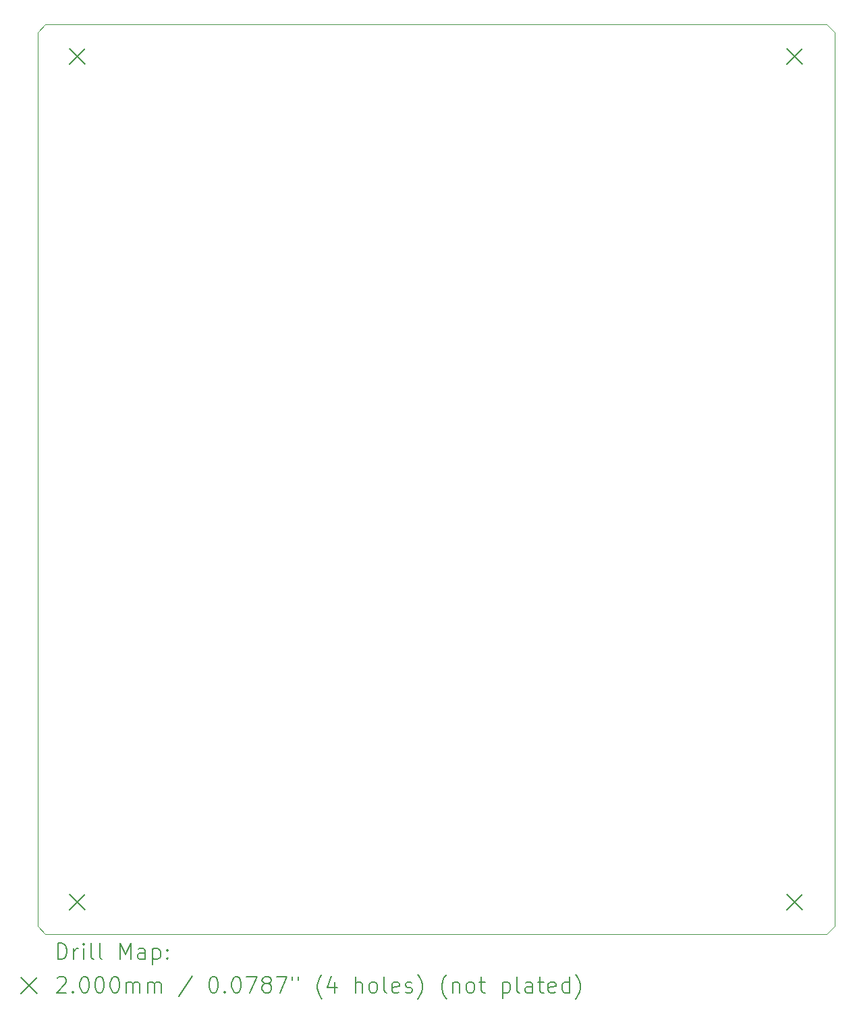
<source format=gbr>
%TF.GenerationSoftware,KiCad,Pcbnew,9.0.1*%
%TF.CreationDate,2025-08-07T10:54:35-06:00*%
%TF.ProjectId,bhc-panel,6268632d-7061-46e6-956c-2e6b69636164,rev?*%
%TF.SameCoordinates,PX5defda0PY9a7ec80*%
%TF.FileFunction,Drillmap*%
%TF.FilePolarity,Positive*%
%FSLAX45Y45*%
G04 Gerber Fmt 4.5, Leading zero omitted, Abs format (unit mm)*
G04 Created by KiCad (PCBNEW 9.0.1) date 2025-08-07 10:54:35*
%MOMM*%
%LPD*%
G01*
G04 APERTURE LIST*
%ADD10C,0.100000*%
%ADD11C,0.200000*%
G04 APERTURE END LIST*
D10*
X10000000Y700000D02*
X10000000Y2700000D01*
X10000000Y6700000D02*
X10000000Y8700000D01*
X0Y700000D02*
X0Y99900D01*
X10000000Y10700000D02*
X10000000Y11300100D01*
X0Y2700000D02*
X0Y700000D01*
X10000000Y11300100D02*
X9900100Y11400000D01*
X10000000Y2700000D02*
X10000000Y4700000D01*
X0Y4700000D02*
X0Y2700000D01*
X10000000Y99900D02*
X10000000Y700000D01*
X0Y6700000D02*
X0Y4700000D01*
X0Y99900D02*
X99900Y0D01*
X10000000Y4700000D02*
X10000000Y6700000D01*
X99900Y0D02*
X9900100Y0D01*
X10000000Y8700000D02*
X10000000Y10699950D01*
X9900100Y0D02*
X10000000Y99900D01*
X9900100Y11400000D02*
X99900Y11400000D01*
X0Y8700000D02*
X0Y6700000D01*
X0Y10699950D02*
X0Y8700000D01*
X99900Y11400000D02*
X0Y11300100D01*
X0Y11300100D02*
X0Y10700000D01*
D11*
X400000Y11100000D02*
X600000Y10900000D01*
X600000Y11100000D02*
X400000Y10900000D01*
X400000Y500000D02*
X600000Y300000D01*
X600000Y500000D02*
X400000Y300000D01*
X9400000Y11100000D02*
X9600000Y10900000D01*
X9600000Y11100000D02*
X9400000Y10900000D01*
X9400000Y500000D02*
X9600000Y300000D01*
X9600000Y500000D02*
X9400000Y300000D01*
X255777Y-316484D02*
X255777Y-116484D01*
X255777Y-116484D02*
X303396Y-116484D01*
X303396Y-116484D02*
X331967Y-126008D01*
X331967Y-126008D02*
X351015Y-145055D01*
X351015Y-145055D02*
X360539Y-164103D01*
X360539Y-164103D02*
X370062Y-202198D01*
X370062Y-202198D02*
X370062Y-230769D01*
X370062Y-230769D02*
X360539Y-268865D01*
X360539Y-268865D02*
X351015Y-287912D01*
X351015Y-287912D02*
X331967Y-306960D01*
X331967Y-306960D02*
X303396Y-316484D01*
X303396Y-316484D02*
X255777Y-316484D01*
X455777Y-316484D02*
X455777Y-183150D01*
X455777Y-221246D02*
X465301Y-202198D01*
X465301Y-202198D02*
X474824Y-192674D01*
X474824Y-192674D02*
X493872Y-183150D01*
X493872Y-183150D02*
X512920Y-183150D01*
X579586Y-316484D02*
X579586Y-183150D01*
X579586Y-116484D02*
X570063Y-126008D01*
X570063Y-126008D02*
X579586Y-135531D01*
X579586Y-135531D02*
X589110Y-126008D01*
X589110Y-126008D02*
X579586Y-116484D01*
X579586Y-116484D02*
X579586Y-135531D01*
X703396Y-316484D02*
X684348Y-306960D01*
X684348Y-306960D02*
X674824Y-287912D01*
X674824Y-287912D02*
X674824Y-116484D01*
X808158Y-316484D02*
X789110Y-306960D01*
X789110Y-306960D02*
X779586Y-287912D01*
X779586Y-287912D02*
X779586Y-116484D01*
X1036729Y-316484D02*
X1036729Y-116484D01*
X1036729Y-116484D02*
X1103396Y-259341D01*
X1103396Y-259341D02*
X1170063Y-116484D01*
X1170063Y-116484D02*
X1170063Y-316484D01*
X1351015Y-316484D02*
X1351015Y-211722D01*
X1351015Y-211722D02*
X1341491Y-192674D01*
X1341491Y-192674D02*
X1322444Y-183150D01*
X1322444Y-183150D02*
X1284348Y-183150D01*
X1284348Y-183150D02*
X1265301Y-192674D01*
X1351015Y-306960D02*
X1331967Y-316484D01*
X1331967Y-316484D02*
X1284348Y-316484D01*
X1284348Y-316484D02*
X1265301Y-306960D01*
X1265301Y-306960D02*
X1255777Y-287912D01*
X1255777Y-287912D02*
X1255777Y-268865D01*
X1255777Y-268865D02*
X1265301Y-249817D01*
X1265301Y-249817D02*
X1284348Y-240293D01*
X1284348Y-240293D02*
X1331967Y-240293D01*
X1331967Y-240293D02*
X1351015Y-230769D01*
X1446253Y-183150D02*
X1446253Y-383150D01*
X1446253Y-192674D02*
X1465301Y-183150D01*
X1465301Y-183150D02*
X1503396Y-183150D01*
X1503396Y-183150D02*
X1522443Y-192674D01*
X1522443Y-192674D02*
X1531967Y-202198D01*
X1531967Y-202198D02*
X1541491Y-221246D01*
X1541491Y-221246D02*
X1541491Y-278389D01*
X1541491Y-278389D02*
X1531967Y-297436D01*
X1531967Y-297436D02*
X1522443Y-306960D01*
X1522443Y-306960D02*
X1503396Y-316484D01*
X1503396Y-316484D02*
X1465301Y-316484D01*
X1465301Y-316484D02*
X1446253Y-306960D01*
X1627205Y-297436D02*
X1636729Y-306960D01*
X1636729Y-306960D02*
X1627205Y-316484D01*
X1627205Y-316484D02*
X1617682Y-306960D01*
X1617682Y-306960D02*
X1627205Y-297436D01*
X1627205Y-297436D02*
X1627205Y-316484D01*
X1627205Y-192674D02*
X1636729Y-202198D01*
X1636729Y-202198D02*
X1627205Y-211722D01*
X1627205Y-211722D02*
X1617682Y-202198D01*
X1617682Y-202198D02*
X1627205Y-192674D01*
X1627205Y-192674D02*
X1627205Y-211722D01*
X-205000Y-545000D02*
X-5000Y-745000D01*
X-5000Y-545000D02*
X-205000Y-745000D01*
X246253Y-555531D02*
X255777Y-546008D01*
X255777Y-546008D02*
X274824Y-536484D01*
X274824Y-536484D02*
X322444Y-536484D01*
X322444Y-536484D02*
X341491Y-546008D01*
X341491Y-546008D02*
X351015Y-555531D01*
X351015Y-555531D02*
X360539Y-574579D01*
X360539Y-574579D02*
X360539Y-593627D01*
X360539Y-593627D02*
X351015Y-622198D01*
X351015Y-622198D02*
X236729Y-736484D01*
X236729Y-736484D02*
X360539Y-736484D01*
X446253Y-717436D02*
X455777Y-726960D01*
X455777Y-726960D02*
X446253Y-736484D01*
X446253Y-736484D02*
X436729Y-726960D01*
X436729Y-726960D02*
X446253Y-717436D01*
X446253Y-717436D02*
X446253Y-736484D01*
X579586Y-536484D02*
X598634Y-536484D01*
X598634Y-536484D02*
X617682Y-546008D01*
X617682Y-546008D02*
X627205Y-555531D01*
X627205Y-555531D02*
X636729Y-574579D01*
X636729Y-574579D02*
X646253Y-612674D01*
X646253Y-612674D02*
X646253Y-660293D01*
X646253Y-660293D02*
X636729Y-698389D01*
X636729Y-698389D02*
X627205Y-717436D01*
X627205Y-717436D02*
X617682Y-726960D01*
X617682Y-726960D02*
X598634Y-736484D01*
X598634Y-736484D02*
X579586Y-736484D01*
X579586Y-736484D02*
X560539Y-726960D01*
X560539Y-726960D02*
X551015Y-717436D01*
X551015Y-717436D02*
X541491Y-698389D01*
X541491Y-698389D02*
X531967Y-660293D01*
X531967Y-660293D02*
X531967Y-612674D01*
X531967Y-612674D02*
X541491Y-574579D01*
X541491Y-574579D02*
X551015Y-555531D01*
X551015Y-555531D02*
X560539Y-546008D01*
X560539Y-546008D02*
X579586Y-536484D01*
X770062Y-536484D02*
X789110Y-536484D01*
X789110Y-536484D02*
X808158Y-546008D01*
X808158Y-546008D02*
X817682Y-555531D01*
X817682Y-555531D02*
X827205Y-574579D01*
X827205Y-574579D02*
X836729Y-612674D01*
X836729Y-612674D02*
X836729Y-660293D01*
X836729Y-660293D02*
X827205Y-698389D01*
X827205Y-698389D02*
X817682Y-717436D01*
X817682Y-717436D02*
X808158Y-726960D01*
X808158Y-726960D02*
X789110Y-736484D01*
X789110Y-736484D02*
X770062Y-736484D01*
X770062Y-736484D02*
X751015Y-726960D01*
X751015Y-726960D02*
X741491Y-717436D01*
X741491Y-717436D02*
X731967Y-698389D01*
X731967Y-698389D02*
X722443Y-660293D01*
X722443Y-660293D02*
X722443Y-612674D01*
X722443Y-612674D02*
X731967Y-574579D01*
X731967Y-574579D02*
X741491Y-555531D01*
X741491Y-555531D02*
X751015Y-546008D01*
X751015Y-546008D02*
X770062Y-536484D01*
X960539Y-536484D02*
X979586Y-536484D01*
X979586Y-536484D02*
X998634Y-546008D01*
X998634Y-546008D02*
X1008158Y-555531D01*
X1008158Y-555531D02*
X1017682Y-574579D01*
X1017682Y-574579D02*
X1027205Y-612674D01*
X1027205Y-612674D02*
X1027205Y-660293D01*
X1027205Y-660293D02*
X1017682Y-698389D01*
X1017682Y-698389D02*
X1008158Y-717436D01*
X1008158Y-717436D02*
X998634Y-726960D01*
X998634Y-726960D02*
X979586Y-736484D01*
X979586Y-736484D02*
X960539Y-736484D01*
X960539Y-736484D02*
X941491Y-726960D01*
X941491Y-726960D02*
X931967Y-717436D01*
X931967Y-717436D02*
X922443Y-698389D01*
X922443Y-698389D02*
X912920Y-660293D01*
X912920Y-660293D02*
X912920Y-612674D01*
X912920Y-612674D02*
X922443Y-574579D01*
X922443Y-574579D02*
X931967Y-555531D01*
X931967Y-555531D02*
X941491Y-546008D01*
X941491Y-546008D02*
X960539Y-536484D01*
X1112920Y-736484D02*
X1112920Y-603150D01*
X1112920Y-622198D02*
X1122444Y-612674D01*
X1122444Y-612674D02*
X1141491Y-603150D01*
X1141491Y-603150D02*
X1170063Y-603150D01*
X1170063Y-603150D02*
X1189110Y-612674D01*
X1189110Y-612674D02*
X1198634Y-631722D01*
X1198634Y-631722D02*
X1198634Y-736484D01*
X1198634Y-631722D02*
X1208158Y-612674D01*
X1208158Y-612674D02*
X1227205Y-603150D01*
X1227205Y-603150D02*
X1255777Y-603150D01*
X1255777Y-603150D02*
X1274825Y-612674D01*
X1274825Y-612674D02*
X1284348Y-631722D01*
X1284348Y-631722D02*
X1284348Y-736484D01*
X1379586Y-736484D02*
X1379586Y-603150D01*
X1379586Y-622198D02*
X1389110Y-612674D01*
X1389110Y-612674D02*
X1408158Y-603150D01*
X1408158Y-603150D02*
X1436729Y-603150D01*
X1436729Y-603150D02*
X1455777Y-612674D01*
X1455777Y-612674D02*
X1465301Y-631722D01*
X1465301Y-631722D02*
X1465301Y-736484D01*
X1465301Y-631722D02*
X1474824Y-612674D01*
X1474824Y-612674D02*
X1493872Y-603150D01*
X1493872Y-603150D02*
X1522443Y-603150D01*
X1522443Y-603150D02*
X1541491Y-612674D01*
X1541491Y-612674D02*
X1551015Y-631722D01*
X1551015Y-631722D02*
X1551015Y-736484D01*
X1941491Y-526960D02*
X1770063Y-784103D01*
X2198634Y-536484D02*
X2217682Y-536484D01*
X2217682Y-536484D02*
X2236729Y-546008D01*
X2236729Y-546008D02*
X2246253Y-555531D01*
X2246253Y-555531D02*
X2255777Y-574579D01*
X2255777Y-574579D02*
X2265301Y-612674D01*
X2265301Y-612674D02*
X2265301Y-660293D01*
X2265301Y-660293D02*
X2255777Y-698389D01*
X2255777Y-698389D02*
X2246253Y-717436D01*
X2246253Y-717436D02*
X2236729Y-726960D01*
X2236729Y-726960D02*
X2217682Y-736484D01*
X2217682Y-736484D02*
X2198634Y-736484D01*
X2198634Y-736484D02*
X2179587Y-726960D01*
X2179587Y-726960D02*
X2170063Y-717436D01*
X2170063Y-717436D02*
X2160539Y-698389D01*
X2160539Y-698389D02*
X2151015Y-660293D01*
X2151015Y-660293D02*
X2151015Y-612674D01*
X2151015Y-612674D02*
X2160539Y-574579D01*
X2160539Y-574579D02*
X2170063Y-555531D01*
X2170063Y-555531D02*
X2179587Y-546008D01*
X2179587Y-546008D02*
X2198634Y-536484D01*
X2351015Y-717436D02*
X2360539Y-726960D01*
X2360539Y-726960D02*
X2351015Y-736484D01*
X2351015Y-736484D02*
X2341491Y-726960D01*
X2341491Y-726960D02*
X2351015Y-717436D01*
X2351015Y-717436D02*
X2351015Y-736484D01*
X2484348Y-536484D02*
X2503396Y-536484D01*
X2503396Y-536484D02*
X2522444Y-546008D01*
X2522444Y-546008D02*
X2531968Y-555531D01*
X2531968Y-555531D02*
X2541491Y-574579D01*
X2541491Y-574579D02*
X2551015Y-612674D01*
X2551015Y-612674D02*
X2551015Y-660293D01*
X2551015Y-660293D02*
X2541491Y-698389D01*
X2541491Y-698389D02*
X2531968Y-717436D01*
X2531968Y-717436D02*
X2522444Y-726960D01*
X2522444Y-726960D02*
X2503396Y-736484D01*
X2503396Y-736484D02*
X2484348Y-736484D01*
X2484348Y-736484D02*
X2465301Y-726960D01*
X2465301Y-726960D02*
X2455777Y-717436D01*
X2455777Y-717436D02*
X2446253Y-698389D01*
X2446253Y-698389D02*
X2436729Y-660293D01*
X2436729Y-660293D02*
X2436729Y-612674D01*
X2436729Y-612674D02*
X2446253Y-574579D01*
X2446253Y-574579D02*
X2455777Y-555531D01*
X2455777Y-555531D02*
X2465301Y-546008D01*
X2465301Y-546008D02*
X2484348Y-536484D01*
X2617682Y-536484D02*
X2751015Y-536484D01*
X2751015Y-536484D02*
X2665301Y-736484D01*
X2855777Y-622198D02*
X2836729Y-612674D01*
X2836729Y-612674D02*
X2827206Y-603150D01*
X2827206Y-603150D02*
X2817682Y-584103D01*
X2817682Y-584103D02*
X2817682Y-574579D01*
X2817682Y-574579D02*
X2827206Y-555531D01*
X2827206Y-555531D02*
X2836729Y-546008D01*
X2836729Y-546008D02*
X2855777Y-536484D01*
X2855777Y-536484D02*
X2893872Y-536484D01*
X2893872Y-536484D02*
X2912920Y-546008D01*
X2912920Y-546008D02*
X2922444Y-555531D01*
X2922444Y-555531D02*
X2931967Y-574579D01*
X2931967Y-574579D02*
X2931967Y-584103D01*
X2931967Y-584103D02*
X2922444Y-603150D01*
X2922444Y-603150D02*
X2912920Y-612674D01*
X2912920Y-612674D02*
X2893872Y-622198D01*
X2893872Y-622198D02*
X2855777Y-622198D01*
X2855777Y-622198D02*
X2836729Y-631722D01*
X2836729Y-631722D02*
X2827206Y-641246D01*
X2827206Y-641246D02*
X2817682Y-660293D01*
X2817682Y-660293D02*
X2817682Y-698389D01*
X2817682Y-698389D02*
X2827206Y-717436D01*
X2827206Y-717436D02*
X2836729Y-726960D01*
X2836729Y-726960D02*
X2855777Y-736484D01*
X2855777Y-736484D02*
X2893872Y-736484D01*
X2893872Y-736484D02*
X2912920Y-726960D01*
X2912920Y-726960D02*
X2922444Y-717436D01*
X2922444Y-717436D02*
X2931967Y-698389D01*
X2931967Y-698389D02*
X2931967Y-660293D01*
X2931967Y-660293D02*
X2922444Y-641246D01*
X2922444Y-641246D02*
X2912920Y-631722D01*
X2912920Y-631722D02*
X2893872Y-622198D01*
X2998634Y-536484D02*
X3131967Y-536484D01*
X3131967Y-536484D02*
X3046253Y-736484D01*
X3198634Y-536484D02*
X3198634Y-574579D01*
X3274825Y-536484D02*
X3274825Y-574579D01*
X3570063Y-812674D02*
X3560539Y-803150D01*
X3560539Y-803150D02*
X3541491Y-774579D01*
X3541491Y-774579D02*
X3531968Y-755531D01*
X3531968Y-755531D02*
X3522444Y-726960D01*
X3522444Y-726960D02*
X3512920Y-679341D01*
X3512920Y-679341D02*
X3512920Y-641246D01*
X3512920Y-641246D02*
X3522444Y-593627D01*
X3522444Y-593627D02*
X3531968Y-565055D01*
X3531968Y-565055D02*
X3541491Y-546008D01*
X3541491Y-546008D02*
X3560539Y-517436D01*
X3560539Y-517436D02*
X3570063Y-507912D01*
X3731968Y-603150D02*
X3731968Y-736484D01*
X3684348Y-526960D02*
X3636729Y-669817D01*
X3636729Y-669817D02*
X3760539Y-669817D01*
X3989110Y-736484D02*
X3989110Y-536484D01*
X4074825Y-736484D02*
X4074825Y-631722D01*
X4074825Y-631722D02*
X4065301Y-612674D01*
X4065301Y-612674D02*
X4046253Y-603150D01*
X4046253Y-603150D02*
X4017682Y-603150D01*
X4017682Y-603150D02*
X3998634Y-612674D01*
X3998634Y-612674D02*
X3989110Y-622198D01*
X4198634Y-736484D02*
X4179587Y-726960D01*
X4179587Y-726960D02*
X4170063Y-717436D01*
X4170063Y-717436D02*
X4160539Y-698389D01*
X4160539Y-698389D02*
X4160539Y-641246D01*
X4160539Y-641246D02*
X4170063Y-622198D01*
X4170063Y-622198D02*
X4179587Y-612674D01*
X4179587Y-612674D02*
X4198634Y-603150D01*
X4198634Y-603150D02*
X4227206Y-603150D01*
X4227206Y-603150D02*
X4246253Y-612674D01*
X4246253Y-612674D02*
X4255777Y-622198D01*
X4255777Y-622198D02*
X4265301Y-641246D01*
X4265301Y-641246D02*
X4265301Y-698389D01*
X4265301Y-698389D02*
X4255777Y-717436D01*
X4255777Y-717436D02*
X4246253Y-726960D01*
X4246253Y-726960D02*
X4227206Y-736484D01*
X4227206Y-736484D02*
X4198634Y-736484D01*
X4379587Y-736484D02*
X4360539Y-726960D01*
X4360539Y-726960D02*
X4351015Y-707912D01*
X4351015Y-707912D02*
X4351015Y-536484D01*
X4531968Y-726960D02*
X4512920Y-736484D01*
X4512920Y-736484D02*
X4474825Y-736484D01*
X4474825Y-736484D02*
X4455777Y-726960D01*
X4455777Y-726960D02*
X4446253Y-707912D01*
X4446253Y-707912D02*
X4446253Y-631722D01*
X4446253Y-631722D02*
X4455777Y-612674D01*
X4455777Y-612674D02*
X4474825Y-603150D01*
X4474825Y-603150D02*
X4512920Y-603150D01*
X4512920Y-603150D02*
X4531968Y-612674D01*
X4531968Y-612674D02*
X4541492Y-631722D01*
X4541492Y-631722D02*
X4541492Y-650770D01*
X4541492Y-650770D02*
X4446253Y-669817D01*
X4617682Y-726960D02*
X4636730Y-736484D01*
X4636730Y-736484D02*
X4674825Y-736484D01*
X4674825Y-736484D02*
X4693873Y-726960D01*
X4693873Y-726960D02*
X4703396Y-707912D01*
X4703396Y-707912D02*
X4703396Y-698389D01*
X4703396Y-698389D02*
X4693873Y-679341D01*
X4693873Y-679341D02*
X4674825Y-669817D01*
X4674825Y-669817D02*
X4646253Y-669817D01*
X4646253Y-669817D02*
X4627206Y-660293D01*
X4627206Y-660293D02*
X4617682Y-641246D01*
X4617682Y-641246D02*
X4617682Y-631722D01*
X4617682Y-631722D02*
X4627206Y-612674D01*
X4627206Y-612674D02*
X4646253Y-603150D01*
X4646253Y-603150D02*
X4674825Y-603150D01*
X4674825Y-603150D02*
X4693873Y-612674D01*
X4770063Y-812674D02*
X4779587Y-803150D01*
X4779587Y-803150D02*
X4798634Y-774579D01*
X4798634Y-774579D02*
X4808158Y-755531D01*
X4808158Y-755531D02*
X4817682Y-726960D01*
X4817682Y-726960D02*
X4827206Y-679341D01*
X4827206Y-679341D02*
X4827206Y-641246D01*
X4827206Y-641246D02*
X4817682Y-593627D01*
X4817682Y-593627D02*
X4808158Y-565055D01*
X4808158Y-565055D02*
X4798634Y-546008D01*
X4798634Y-546008D02*
X4779587Y-517436D01*
X4779587Y-517436D02*
X4770063Y-507912D01*
X5131968Y-812674D02*
X5122444Y-803150D01*
X5122444Y-803150D02*
X5103396Y-774579D01*
X5103396Y-774579D02*
X5093873Y-755531D01*
X5093873Y-755531D02*
X5084349Y-726960D01*
X5084349Y-726960D02*
X5074825Y-679341D01*
X5074825Y-679341D02*
X5074825Y-641246D01*
X5074825Y-641246D02*
X5084349Y-593627D01*
X5084349Y-593627D02*
X5093873Y-565055D01*
X5093873Y-565055D02*
X5103396Y-546008D01*
X5103396Y-546008D02*
X5122444Y-517436D01*
X5122444Y-517436D02*
X5131968Y-507912D01*
X5208158Y-603150D02*
X5208158Y-736484D01*
X5208158Y-622198D02*
X5217682Y-612674D01*
X5217682Y-612674D02*
X5236730Y-603150D01*
X5236730Y-603150D02*
X5265301Y-603150D01*
X5265301Y-603150D02*
X5284349Y-612674D01*
X5284349Y-612674D02*
X5293873Y-631722D01*
X5293873Y-631722D02*
X5293873Y-736484D01*
X5417682Y-736484D02*
X5398634Y-726960D01*
X5398634Y-726960D02*
X5389111Y-717436D01*
X5389111Y-717436D02*
X5379587Y-698389D01*
X5379587Y-698389D02*
X5379587Y-641246D01*
X5379587Y-641246D02*
X5389111Y-622198D01*
X5389111Y-622198D02*
X5398634Y-612674D01*
X5398634Y-612674D02*
X5417682Y-603150D01*
X5417682Y-603150D02*
X5446254Y-603150D01*
X5446254Y-603150D02*
X5465301Y-612674D01*
X5465301Y-612674D02*
X5474825Y-622198D01*
X5474825Y-622198D02*
X5484349Y-641246D01*
X5484349Y-641246D02*
X5484349Y-698389D01*
X5484349Y-698389D02*
X5474825Y-717436D01*
X5474825Y-717436D02*
X5465301Y-726960D01*
X5465301Y-726960D02*
X5446254Y-736484D01*
X5446254Y-736484D02*
X5417682Y-736484D01*
X5541492Y-603150D02*
X5617682Y-603150D01*
X5570063Y-536484D02*
X5570063Y-707912D01*
X5570063Y-707912D02*
X5579587Y-726960D01*
X5579587Y-726960D02*
X5598634Y-736484D01*
X5598634Y-736484D02*
X5617682Y-736484D01*
X5836730Y-603150D02*
X5836730Y-803150D01*
X5836730Y-612674D02*
X5855777Y-603150D01*
X5855777Y-603150D02*
X5893873Y-603150D01*
X5893873Y-603150D02*
X5912920Y-612674D01*
X5912920Y-612674D02*
X5922444Y-622198D01*
X5922444Y-622198D02*
X5931968Y-641246D01*
X5931968Y-641246D02*
X5931968Y-698389D01*
X5931968Y-698389D02*
X5922444Y-717436D01*
X5922444Y-717436D02*
X5912920Y-726960D01*
X5912920Y-726960D02*
X5893873Y-736484D01*
X5893873Y-736484D02*
X5855777Y-736484D01*
X5855777Y-736484D02*
X5836730Y-726960D01*
X6046253Y-736484D02*
X6027206Y-726960D01*
X6027206Y-726960D02*
X6017682Y-707912D01*
X6017682Y-707912D02*
X6017682Y-536484D01*
X6208158Y-736484D02*
X6208158Y-631722D01*
X6208158Y-631722D02*
X6198634Y-612674D01*
X6198634Y-612674D02*
X6179587Y-603150D01*
X6179587Y-603150D02*
X6141492Y-603150D01*
X6141492Y-603150D02*
X6122444Y-612674D01*
X6208158Y-726960D02*
X6189111Y-736484D01*
X6189111Y-736484D02*
X6141492Y-736484D01*
X6141492Y-736484D02*
X6122444Y-726960D01*
X6122444Y-726960D02*
X6112920Y-707912D01*
X6112920Y-707912D02*
X6112920Y-688865D01*
X6112920Y-688865D02*
X6122444Y-669817D01*
X6122444Y-669817D02*
X6141492Y-660293D01*
X6141492Y-660293D02*
X6189111Y-660293D01*
X6189111Y-660293D02*
X6208158Y-650770D01*
X6274825Y-603150D02*
X6351015Y-603150D01*
X6303396Y-536484D02*
X6303396Y-707912D01*
X6303396Y-707912D02*
X6312920Y-726960D01*
X6312920Y-726960D02*
X6331968Y-736484D01*
X6331968Y-736484D02*
X6351015Y-736484D01*
X6493873Y-726960D02*
X6474825Y-736484D01*
X6474825Y-736484D02*
X6436730Y-736484D01*
X6436730Y-736484D02*
X6417682Y-726960D01*
X6417682Y-726960D02*
X6408158Y-707912D01*
X6408158Y-707912D02*
X6408158Y-631722D01*
X6408158Y-631722D02*
X6417682Y-612674D01*
X6417682Y-612674D02*
X6436730Y-603150D01*
X6436730Y-603150D02*
X6474825Y-603150D01*
X6474825Y-603150D02*
X6493873Y-612674D01*
X6493873Y-612674D02*
X6503396Y-631722D01*
X6503396Y-631722D02*
X6503396Y-650770D01*
X6503396Y-650770D02*
X6408158Y-669817D01*
X6674825Y-736484D02*
X6674825Y-536484D01*
X6674825Y-726960D02*
X6655777Y-736484D01*
X6655777Y-736484D02*
X6617682Y-736484D01*
X6617682Y-736484D02*
X6598634Y-726960D01*
X6598634Y-726960D02*
X6589111Y-717436D01*
X6589111Y-717436D02*
X6579587Y-698389D01*
X6579587Y-698389D02*
X6579587Y-641246D01*
X6579587Y-641246D02*
X6589111Y-622198D01*
X6589111Y-622198D02*
X6598634Y-612674D01*
X6598634Y-612674D02*
X6617682Y-603150D01*
X6617682Y-603150D02*
X6655777Y-603150D01*
X6655777Y-603150D02*
X6674825Y-612674D01*
X6751015Y-812674D02*
X6760539Y-803150D01*
X6760539Y-803150D02*
X6779587Y-774579D01*
X6779587Y-774579D02*
X6789111Y-755531D01*
X6789111Y-755531D02*
X6798634Y-726960D01*
X6798634Y-726960D02*
X6808158Y-679341D01*
X6808158Y-679341D02*
X6808158Y-641246D01*
X6808158Y-641246D02*
X6798634Y-593627D01*
X6798634Y-593627D02*
X6789111Y-565055D01*
X6789111Y-565055D02*
X6779587Y-546008D01*
X6779587Y-546008D02*
X6760539Y-517436D01*
X6760539Y-517436D02*
X6751015Y-507912D01*
M02*

</source>
